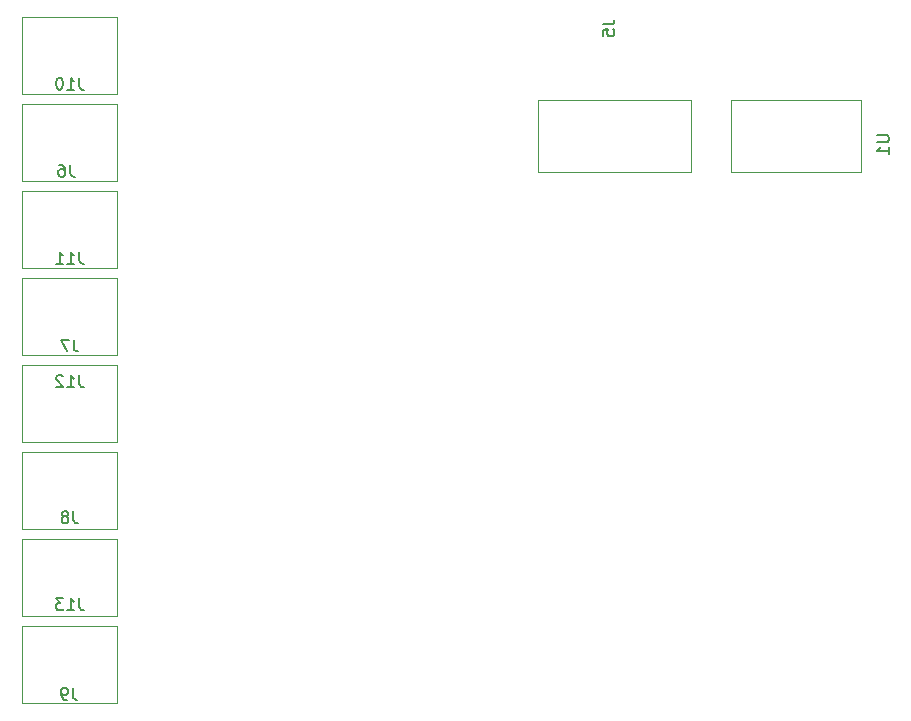
<source format=gbr>
%TF.GenerationSoftware,KiCad,Pcbnew,7.0.8*%
%TF.CreationDate,2023-12-20T09:48:56+01:00*%
%TF.ProjectId,Bed_of_nails,4265645f-6f66-45f6-9e61-696c732e6b69,AC*%
%TF.SameCoordinates,Original*%
%TF.FileFunction,Legend,Bot*%
%TF.FilePolarity,Positive*%
%FSLAX46Y46*%
G04 Gerber Fmt 4.6, Leading zero omitted, Abs format (unit mm)*
G04 Created by KiCad (PCBNEW 7.0.8) date 2023-12-20 09:48:56*
%MOMM*%
%LPD*%
G01*
G04 APERTURE LIST*
%ADD10C,0.150000*%
%ADD11C,0.120000*%
G04 APERTURE END LIST*
D10*
X107529523Y-88161959D02*
X107529523Y-88876244D01*
X107529523Y-88876244D02*
X107577142Y-89019101D01*
X107577142Y-89019101D02*
X107672380Y-89114340D01*
X107672380Y-89114340D02*
X107815237Y-89161959D01*
X107815237Y-89161959D02*
X107910475Y-89161959D01*
X106529523Y-89161959D02*
X107100951Y-89161959D01*
X106815237Y-89161959D02*
X106815237Y-88161959D01*
X106815237Y-88161959D02*
X106910475Y-88304816D01*
X106910475Y-88304816D02*
X107005713Y-88400054D01*
X107005713Y-88400054D02*
X107100951Y-88447673D01*
X106148570Y-88257197D02*
X106100951Y-88209578D01*
X106100951Y-88209578D02*
X106005713Y-88161959D01*
X106005713Y-88161959D02*
X105767618Y-88161959D01*
X105767618Y-88161959D02*
X105672380Y-88209578D01*
X105672380Y-88209578D02*
X105624761Y-88257197D01*
X105624761Y-88257197D02*
X105577142Y-88352435D01*
X105577142Y-88352435D02*
X105577142Y-88447673D01*
X105577142Y-88447673D02*
X105624761Y-88590530D01*
X105624761Y-88590530D02*
X106196189Y-89161959D01*
X106196189Y-89161959D02*
X105577142Y-89161959D01*
X175084819Y-67838095D02*
X175894342Y-67838095D01*
X175894342Y-67838095D02*
X175989580Y-67885714D01*
X175989580Y-67885714D02*
X176037200Y-67933333D01*
X176037200Y-67933333D02*
X176084819Y-68028571D01*
X176084819Y-68028571D02*
X176084819Y-68219047D01*
X176084819Y-68219047D02*
X176037200Y-68314285D01*
X176037200Y-68314285D02*
X175989580Y-68361904D01*
X175989580Y-68361904D02*
X175894342Y-68409523D01*
X175894342Y-68409523D02*
X175084819Y-68409523D01*
X176084819Y-69409523D02*
X176084819Y-68838095D01*
X176084819Y-69123809D02*
X175084819Y-69123809D01*
X175084819Y-69123809D02*
X175227676Y-69028571D01*
X175227676Y-69028571D02*
X175322914Y-68933333D01*
X175322914Y-68933333D02*
X175370533Y-68838095D01*
X107073333Y-85127674D02*
X107073333Y-85841959D01*
X107073333Y-85841959D02*
X107120952Y-85984816D01*
X107120952Y-85984816D02*
X107216190Y-86080055D01*
X107216190Y-86080055D02*
X107359047Y-86127674D01*
X107359047Y-86127674D02*
X107454285Y-86127674D01*
X106692380Y-85127674D02*
X106025714Y-85127674D01*
X106025714Y-85127674D02*
X106454285Y-86127674D01*
X107043333Y-99666244D02*
X107043333Y-100380529D01*
X107043333Y-100380529D02*
X107090952Y-100523386D01*
X107090952Y-100523386D02*
X107186190Y-100618625D01*
X107186190Y-100618625D02*
X107329047Y-100666244D01*
X107329047Y-100666244D02*
X107424285Y-100666244D01*
X106424285Y-100094815D02*
X106519523Y-100047196D01*
X106519523Y-100047196D02*
X106567142Y-99999577D01*
X106567142Y-99999577D02*
X106614761Y-99904339D01*
X106614761Y-99904339D02*
X106614761Y-99856720D01*
X106614761Y-99856720D02*
X106567142Y-99761482D01*
X106567142Y-99761482D02*
X106519523Y-99713863D01*
X106519523Y-99713863D02*
X106424285Y-99666244D01*
X106424285Y-99666244D02*
X106233809Y-99666244D01*
X106233809Y-99666244D02*
X106138571Y-99713863D01*
X106138571Y-99713863D02*
X106090952Y-99761482D01*
X106090952Y-99761482D02*
X106043333Y-99856720D01*
X106043333Y-99856720D02*
X106043333Y-99904339D01*
X106043333Y-99904339D02*
X106090952Y-99999577D01*
X106090952Y-99999577D02*
X106138571Y-100047196D01*
X106138571Y-100047196D02*
X106233809Y-100094815D01*
X106233809Y-100094815D02*
X106424285Y-100094815D01*
X106424285Y-100094815D02*
X106519523Y-100142434D01*
X106519523Y-100142434D02*
X106567142Y-100190053D01*
X106567142Y-100190053D02*
X106614761Y-100285291D01*
X106614761Y-100285291D02*
X106614761Y-100475767D01*
X106614761Y-100475767D02*
X106567142Y-100571005D01*
X106567142Y-100571005D02*
X106519523Y-100618625D01*
X106519523Y-100618625D02*
X106424285Y-100666244D01*
X106424285Y-100666244D02*
X106233809Y-100666244D01*
X106233809Y-100666244D02*
X106138571Y-100618625D01*
X106138571Y-100618625D02*
X106090952Y-100571005D01*
X106090952Y-100571005D02*
X106043333Y-100475767D01*
X106043333Y-100475767D02*
X106043333Y-100285291D01*
X106043333Y-100285291D02*
X106090952Y-100190053D01*
X106090952Y-100190053D02*
X106138571Y-100142434D01*
X106138571Y-100142434D02*
X106233809Y-100094815D01*
X151844819Y-58446666D02*
X152559104Y-58446666D01*
X152559104Y-58446666D02*
X152701961Y-58399047D01*
X152701961Y-58399047D02*
X152797200Y-58303809D01*
X152797200Y-58303809D02*
X152844819Y-58160952D01*
X152844819Y-58160952D02*
X152844819Y-58065714D01*
X151844819Y-59399047D02*
X151844819Y-58922857D01*
X151844819Y-58922857D02*
X152321009Y-58875238D01*
X152321009Y-58875238D02*
X152273390Y-58922857D01*
X152273390Y-58922857D02*
X152225771Y-59018095D01*
X152225771Y-59018095D02*
X152225771Y-59256190D01*
X152225771Y-59256190D02*
X152273390Y-59351428D01*
X152273390Y-59351428D02*
X152321009Y-59399047D01*
X152321009Y-59399047D02*
X152416247Y-59446666D01*
X152416247Y-59446666D02*
X152654342Y-59446666D01*
X152654342Y-59446666D02*
X152749580Y-59399047D01*
X152749580Y-59399047D02*
X152797200Y-59351428D01*
X152797200Y-59351428D02*
X152844819Y-59256190D01*
X152844819Y-59256190D02*
X152844819Y-59018095D01*
X152844819Y-59018095D02*
X152797200Y-58922857D01*
X152797200Y-58922857D02*
X152749580Y-58875238D01*
X107529523Y-107040529D02*
X107529523Y-107754814D01*
X107529523Y-107754814D02*
X107577142Y-107897671D01*
X107577142Y-107897671D02*
X107672380Y-107992910D01*
X107672380Y-107992910D02*
X107815237Y-108040529D01*
X107815237Y-108040529D02*
X107910475Y-108040529D01*
X106529523Y-108040529D02*
X107100951Y-108040529D01*
X106815237Y-108040529D02*
X106815237Y-107040529D01*
X106815237Y-107040529D02*
X106910475Y-107183386D01*
X106910475Y-107183386D02*
X107005713Y-107278624D01*
X107005713Y-107278624D02*
X107100951Y-107326243D01*
X106196189Y-107040529D02*
X105577142Y-107040529D01*
X105577142Y-107040529D02*
X105910475Y-107421481D01*
X105910475Y-107421481D02*
X105767618Y-107421481D01*
X105767618Y-107421481D02*
X105672380Y-107469100D01*
X105672380Y-107469100D02*
X105624761Y-107516719D01*
X105624761Y-107516719D02*
X105577142Y-107611957D01*
X105577142Y-107611957D02*
X105577142Y-107850052D01*
X105577142Y-107850052D02*
X105624761Y-107945290D01*
X105624761Y-107945290D02*
X105672380Y-107992910D01*
X105672380Y-107992910D02*
X105767618Y-108040529D01*
X105767618Y-108040529D02*
X106053332Y-108040529D01*
X106053332Y-108040529D02*
X106148570Y-107992910D01*
X106148570Y-107992910D02*
X106196189Y-107945290D01*
X107529523Y-77713389D02*
X107529523Y-78427674D01*
X107529523Y-78427674D02*
X107577142Y-78570531D01*
X107577142Y-78570531D02*
X107672380Y-78665770D01*
X107672380Y-78665770D02*
X107815237Y-78713389D01*
X107815237Y-78713389D02*
X107910475Y-78713389D01*
X106529523Y-78713389D02*
X107100951Y-78713389D01*
X106815237Y-78713389D02*
X106815237Y-77713389D01*
X106815237Y-77713389D02*
X106910475Y-77856246D01*
X106910475Y-77856246D02*
X107005713Y-77951484D01*
X107005713Y-77951484D02*
X107100951Y-77999103D01*
X105577142Y-78713389D02*
X106148570Y-78713389D01*
X105862856Y-78713389D02*
X105862856Y-77713389D01*
X105862856Y-77713389D02*
X105958094Y-77856246D01*
X105958094Y-77856246D02*
X106053332Y-77951484D01*
X106053332Y-77951484D02*
X106148570Y-77999103D01*
X107519523Y-62964819D02*
X107519523Y-63679104D01*
X107519523Y-63679104D02*
X107567142Y-63821961D01*
X107567142Y-63821961D02*
X107662380Y-63917200D01*
X107662380Y-63917200D02*
X107805237Y-63964819D01*
X107805237Y-63964819D02*
X107900475Y-63964819D01*
X106519523Y-63964819D02*
X107090951Y-63964819D01*
X106805237Y-63964819D02*
X106805237Y-62964819D01*
X106805237Y-62964819D02*
X106900475Y-63107676D01*
X106900475Y-63107676D02*
X106995713Y-63202914D01*
X106995713Y-63202914D02*
X107090951Y-63250533D01*
X105900475Y-62964819D02*
X105805237Y-62964819D01*
X105805237Y-62964819D02*
X105709999Y-63012438D01*
X105709999Y-63012438D02*
X105662380Y-63060057D01*
X105662380Y-63060057D02*
X105614761Y-63155295D01*
X105614761Y-63155295D02*
X105567142Y-63345771D01*
X105567142Y-63345771D02*
X105567142Y-63583866D01*
X105567142Y-63583866D02*
X105614761Y-63774342D01*
X105614761Y-63774342D02*
X105662380Y-63869580D01*
X105662380Y-63869580D02*
X105709999Y-63917200D01*
X105709999Y-63917200D02*
X105805237Y-63964819D01*
X105805237Y-63964819D02*
X105900475Y-63964819D01*
X105900475Y-63964819D02*
X105995713Y-63917200D01*
X105995713Y-63917200D02*
X106043332Y-63869580D01*
X106043332Y-63869580D02*
X106090951Y-63774342D01*
X106090951Y-63774342D02*
X106138570Y-63583866D01*
X106138570Y-63583866D02*
X106138570Y-63345771D01*
X106138570Y-63345771D02*
X106090951Y-63155295D01*
X106090951Y-63155295D02*
X106043332Y-63060057D01*
X106043332Y-63060057D02*
X105995713Y-63012438D01*
X105995713Y-63012438D02*
X105900475Y-62964819D01*
X106993333Y-114604819D02*
X106993333Y-115319104D01*
X106993333Y-115319104D02*
X107040952Y-115461961D01*
X107040952Y-115461961D02*
X107136190Y-115557200D01*
X107136190Y-115557200D02*
X107279047Y-115604819D01*
X107279047Y-115604819D02*
X107374285Y-115604819D01*
X106469523Y-115604819D02*
X106279047Y-115604819D01*
X106279047Y-115604819D02*
X106183809Y-115557200D01*
X106183809Y-115557200D02*
X106136190Y-115509580D01*
X106136190Y-115509580D02*
X106040952Y-115366723D01*
X106040952Y-115366723D02*
X105993333Y-115176247D01*
X105993333Y-115176247D02*
X105993333Y-114795295D01*
X105993333Y-114795295D02*
X106040952Y-114700057D01*
X106040952Y-114700057D02*
X106088571Y-114652438D01*
X106088571Y-114652438D02*
X106183809Y-114604819D01*
X106183809Y-114604819D02*
X106374285Y-114604819D01*
X106374285Y-114604819D02*
X106469523Y-114652438D01*
X106469523Y-114652438D02*
X106517142Y-114700057D01*
X106517142Y-114700057D02*
X106564761Y-114795295D01*
X106564761Y-114795295D02*
X106564761Y-115033390D01*
X106564761Y-115033390D02*
X106517142Y-115128628D01*
X106517142Y-115128628D02*
X106469523Y-115176247D01*
X106469523Y-115176247D02*
X106374285Y-115223866D01*
X106374285Y-115223866D02*
X106183809Y-115223866D01*
X106183809Y-115223866D02*
X106088571Y-115176247D01*
X106088571Y-115176247D02*
X106040952Y-115128628D01*
X106040952Y-115128628D02*
X105993333Y-115033390D01*
X106763333Y-70329104D02*
X106763333Y-71043389D01*
X106763333Y-71043389D02*
X106810952Y-71186246D01*
X106810952Y-71186246D02*
X106906190Y-71281485D01*
X106906190Y-71281485D02*
X107049047Y-71329104D01*
X107049047Y-71329104D02*
X107144285Y-71329104D01*
X105858571Y-70329104D02*
X106049047Y-70329104D01*
X106049047Y-70329104D02*
X106144285Y-70376723D01*
X106144285Y-70376723D02*
X106191904Y-70424342D01*
X106191904Y-70424342D02*
X106287142Y-70567199D01*
X106287142Y-70567199D02*
X106334761Y-70757675D01*
X106334761Y-70757675D02*
X106334761Y-71138627D01*
X106334761Y-71138627D02*
X106287142Y-71233865D01*
X106287142Y-71233865D02*
X106239523Y-71281485D01*
X106239523Y-71281485D02*
X106144285Y-71329104D01*
X106144285Y-71329104D02*
X105953809Y-71329104D01*
X105953809Y-71329104D02*
X105858571Y-71281485D01*
X105858571Y-71281485D02*
X105810952Y-71233865D01*
X105810952Y-71233865D02*
X105763333Y-71138627D01*
X105763333Y-71138627D02*
X105763333Y-70900532D01*
X105763333Y-70900532D02*
X105810952Y-70805294D01*
X105810952Y-70805294D02*
X105858571Y-70757675D01*
X105858571Y-70757675D02*
X105953809Y-70710056D01*
X105953809Y-70710056D02*
X106144285Y-70710056D01*
X106144285Y-70710056D02*
X106239523Y-70757675D01*
X106239523Y-70757675D02*
X106287142Y-70805294D01*
X106287142Y-70805294D02*
X106334761Y-70900532D01*
D11*
%TO.C,J12*%
X110720000Y-93817140D02*
X102720000Y-93817140D01*
X102720000Y-93817140D02*
X102720000Y-87317140D01*
X102720000Y-87317140D02*
X110720000Y-87317140D01*
X110720000Y-87317140D02*
X110720000Y-93817140D01*
%TO.C,U1*%
X162750000Y-64830000D02*
X173750000Y-64830000D01*
X173750000Y-70930000D02*
X162750000Y-70930000D01*
X162750000Y-70930000D02*
X162750000Y-64830000D01*
X173750000Y-70930000D02*
X173750000Y-64830000D01*
%TO.C,J7*%
X110720000Y-86452855D02*
X102720000Y-86452855D01*
X102720000Y-86452855D02*
X102720000Y-79952855D01*
X102720000Y-79952855D02*
X110720000Y-79952855D01*
X110720000Y-79952855D02*
X110720000Y-86452855D01*
%TO.C,J8*%
X110720000Y-101181425D02*
X102720000Y-101181425D01*
X102720000Y-101181425D02*
X102720000Y-94681425D01*
X102720000Y-94681425D02*
X110720000Y-94681425D01*
X110720000Y-94681425D02*
X110720000Y-101181425D01*
%TO.C,J5*%
X146350000Y-64850000D02*
X157350000Y-64850000D01*
X159350000Y-64850000D02*
X157350000Y-64850000D01*
X157350000Y-70950000D02*
X157550000Y-70950000D01*
X157350000Y-70950000D02*
X146350000Y-70950000D01*
X157550000Y-70950000D02*
X159350000Y-70950000D01*
X157550000Y-70950000D02*
X157350000Y-70950000D01*
X146350000Y-70950000D02*
X146350000Y-64850000D01*
X159350000Y-70950000D02*
X159350000Y-64850000D01*
%TO.C,J13*%
X110720000Y-108545710D02*
X102720000Y-108545710D01*
X102720000Y-108545710D02*
X102720000Y-102045710D01*
X102720000Y-102045710D02*
X110720000Y-102045710D01*
X110720000Y-102045710D02*
X110720000Y-108545710D01*
%TO.C,J11*%
X110720000Y-79088570D02*
X102720000Y-79088570D01*
X102720000Y-79088570D02*
X102720000Y-72588570D01*
X102720000Y-72588570D02*
X110720000Y-72588570D01*
X110720000Y-72588570D02*
X110720000Y-79088570D01*
%TO.C,J10*%
X110720000Y-64360000D02*
X102720000Y-64360000D01*
X102720000Y-64360000D02*
X102720000Y-57860000D01*
X102720000Y-57860000D02*
X110720000Y-57860000D01*
X110720000Y-57860000D02*
X110720000Y-64360000D01*
%TO.C,J9*%
X110720000Y-115910000D02*
X102720000Y-115910000D01*
X102720000Y-115910000D02*
X102720000Y-109410000D01*
X102720000Y-109410000D02*
X110720000Y-109410000D01*
X110720000Y-109410000D02*
X110720000Y-115910000D01*
%TO.C,J6*%
X110720000Y-71724285D02*
X102720000Y-71724285D01*
X102720000Y-71724285D02*
X102720000Y-65224285D01*
X102720000Y-65224285D02*
X110720000Y-65224285D01*
X110720000Y-65224285D02*
X110720000Y-71724285D01*
%TD*%
M02*

</source>
